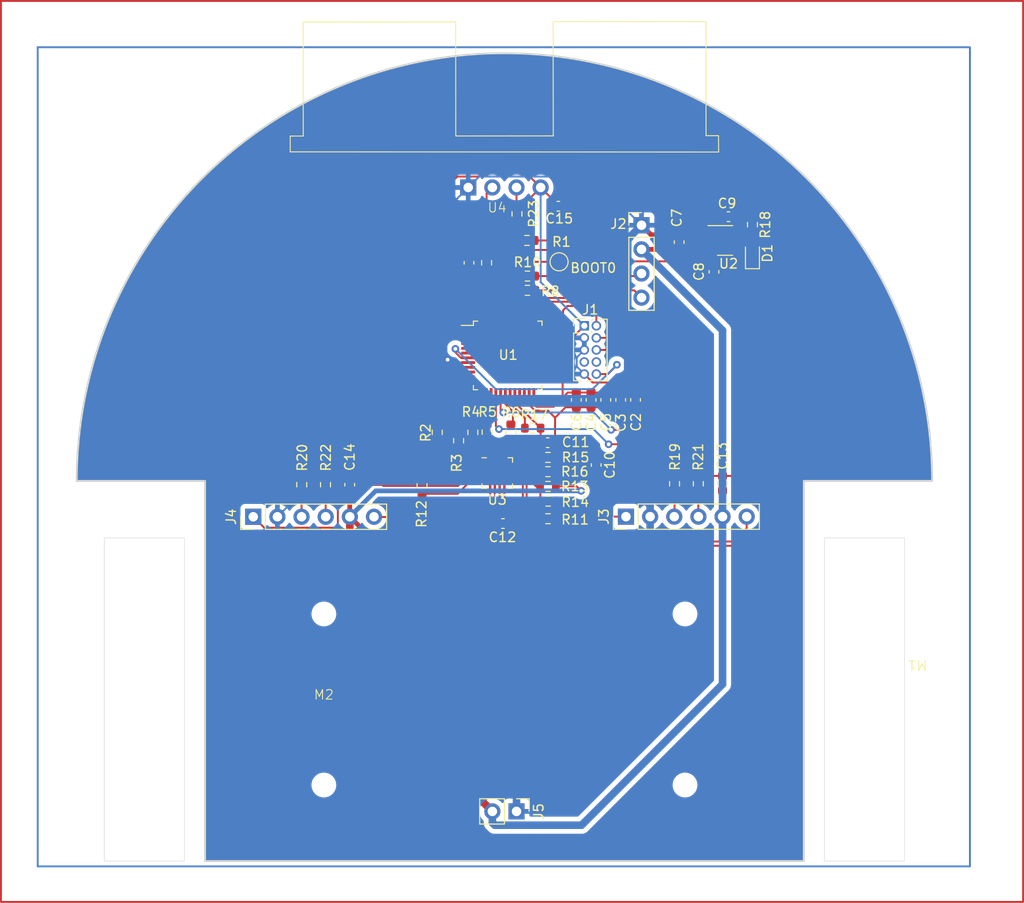
<source format=kicad_pcb>
(kicad_pcb (version 20221018) (generator pcbnew)
  (layers (0 "F.Cu" signal) (31 "B.Cu" signal) (34 "B.Paste" user) (35 "F.Paste" user) (36 "B.SilkS" user "B.Silkscreen") (37 "F.SilkS" user "F.Silkscreen") (38 "B.Mask" user) (39 "F.Mask" user) (44 "Edge.Cuts" user))
  (net 0 "")
  (net 1 "+3.3V")
  (net 2 "GND")
  (net 3 "+BATT")
  (net 4 "Net-(C10-Pad1)")
  (net 5 "/mcu/IN_B2")
  (net 6 "Net-(D1-A)")
  (net 7 "/mcu/BOOT0")
  (net 8 "Net-(U1-PA2)")
  (net 9 "/mcu/TIM15_CH1")
  (net 10 "Net-(U1-PA3)")
  (net 11 "/mcu/TIM15_CH2")
  (net 12 "Net-(U1-PA4)")
  (net 13 "/mcu/OUT_A4")
  (net 14 "Net-(U1-PA5)")
  (net 15 "/mcu/OUT_A5")
  (net 16 "/mcu/OUT_B0")
  (net 17 "Net-(U1-PB0)")
  (net 18 "/mcu/OUT_B1")
  (net 19 "Net-(U1-PB6)")
  (net 20 "/mcu/OUT_B9")
  (net 21 "Net-(U1-PB9)")
  (net 22 "/mcu/TIM3_CH1")
  (net 23 "/mcu/TIM2_CH1")
  (net 24 "/mcu/TIM3_CH2")
  (net 25 "/mcu/TIM2_CH2")
  (net 26 "/mcu/TIM8_CH2")
  (net 27 "Net-(U4-ECHO)")
  (net 33 "/mcu/~{RESET}")
  (net 45 "/mcu/SWDIO")
  (net 48 "/mcu/SWDCLK")
  (net 50 "/mcu/SWO")
  (net 55 "Net-(J2-Pin_3)")
  (net 56 "/external_uart/EXT_UART_RX")
  (net 57 "/motorA/MA")
  (net 58 "Net-(J3-Pin_3)")
  (net 59 "Net-(J3-Pin_4)")
  (net 60 "/motorA/MB")
  (net 61 "/motorB/MA")
  (net 62 "Net-(J4-Pin_3)")
  (net 63 "Net-(J4-Pin_4)")
  (net 64 "/motorB/MB")
  (net 65 "/external_uart/EXT_UART_TX")
  (net 66 "Net-(U3-SENSEB)")
  (net 67 "Net-(U3-SENSEA)")
  (net 68 "Net-(U3-REF)")
  (net 69 "Net-(U3-TOFF)")
  (footprint "Package_QFP:LQFP-48_7x7mm_P0.5mm" (layer "F.Cu") (at 150.3475 86.7975)
    (fp_text reference "U1")
    (fp_text value "STM32F030C8Tx" hide)
  )
  (footprint "Resistor_SMD:R_0603_1608Metric" (layer "F.Cu") (at 152.3725 74.6975)
    (fp_text reference "R1")
    (fp_text value "10k" hide)
  )
  (footprint "minimouse:N20_with_encoder" (layer "F.Cu") (at 131 123)
    (fp_text reference "M2")
    (fp_text value "N20_encoder")
    (fp_rect (start -23.1 -17) (end -14.67 17) (stroke (width 0.05)) (fill none) (layer "Edge.Cuts"))
  )
  (footprint "TestPoint:TestPoint_Pad_D1.5mm" (layer "F.Cu") (at 155.7475 76.9475 -90)
    (fp_text reference "BOOT0")
    (fp_text value "TestPoint" hide)
  )
  (footprint "Resistor_SMD:R_0603_1608Metric" (layer "F.Cu") (at 131.1725 100.3975 -90)
    (fp_text reference "R22")
    (fp_text value "100" hide)
  )
  (footprint "Capacitor_SMD:C_0603_1608Metric" (layer "F.Cu") (at 155.6725 71.0975)
    (fp_text reference "C15")
    (fp_text value "2.2uF" hide)
  )
  (footprint "Resistor_SMD:R_0603_1608Metric" (layer "F.Cu") (at 152.4225 78.4475)
    (fp_text reference "R10")
    (fp_text value "100" hide)
  )
  (footprint "Resistor_SMD:R_0603_1608Metric" (layer "F.Cu") (at 146.6775 94.8925 -90)
    (fp_text reference "R4")
    (fp_text value "100" hide)
  )
  (footprint "Capacitor_SMD:C_0603_1608Metric" (layer "F.Cu") (at 159.1125 91.4775 -90)
    (fp_text reference "C4")
    (fp_text value "0.1uF" hide)
  )
  (footprint "Resistor_SMD:R_0603_1608Metric" (layer "F.Cu") (at 154.5775 97.5275)
    (fp_text reference "R15")
    (fp_text value "1K" hide)
  )
  (footprint "Resistor_SMD:R_0603_1608Metric" (layer "F.Cu") (at 154.5775 99.0275)
    (fp_text reference "R16")
    (fp_text value "47K" hide)
  )
  (footprint "Resistor_SMD:R_0603_1608Metric" (layer "F.Cu") (at 148.1225 77.0475 -90)
    (fp_text reference "R9" hide)
    (fp_text value "100" hide)
  )
  (footprint "Capacitor_SMD:C_0603_1608Metric" (layer "F.Cu") (at 160.6625 91.4775 -90)
    (fp_text reference "C5")
    (fp_text value "0.1uF" hide)
  )
  (footprint "minimouse:N20_with_encoder" (layer "F.Cu") (at 169 123 180)
    (fp_text reference "M1")
    (fp_text value "N20_encoder")
    (fp_rect (start -23.1 -17) (end -14.67 17) (stroke (width 0.05)) (fill none) (layer "Edge.Cuts"))
  )
  (footprint "Resistor_SMD:R_0603_1608Metric" (layer "F.Cu") (at 151.32 71.905 90)
    (fp_text reference "R23")
    (fp_text value "100")
  )
  (footprint "Capacitor_SMD:C_0603_1608Metric" (layer "F.Cu") (at 168.3825 74.87692 90)
    (fp_text reference "C7")
    (fp_text value "2.2uF" hide)
  )
  (footprint "Connector_PinHeader_2.54mm:PinHeader_1x06_P2.54mm_Vertical" (layer "F.Cu") (at 162.79 103.76 90)
    (fp_text reference "J3")
    (fp_text value "Conn_01x06_Pin" hide)
  )
  (footprint "Connector_PinHeader_2.54mm:PinHeader_1x02_P2.54mm_Vertical" (layer "F.Cu") (at 151.27 134.775 -90)
    (fp_text reference "J5")
    (fp_text value "Conn_01x02")
  )
  (footprint "Connector_PinHeader_2.54mm:PinHeader_1x04_P2.54mm_Vertical" (layer "F.Cu") (at 164.4225 73.0975)
    (fp_text reference "J2")
    (fp_text value "Conn_01x04_Pin" hide)
  )
  (footprint "Capacitor_SMD:C_0603_1608Metric" (layer "F.Cu") (at 162.2325 91.4775 -90)
    (fp_text reference "C3")
    (fp_text value "0.1uF" hide)
  )
  (footprint "Resistor_SMD:R_0603_1608Metric" (layer "F.Cu") (at 141.3325 100.5275 90)
    (fp_text reference "R12")
    (fp_text value "330m" hide)
  )
  (footprint "Resistor_SMD:R_0603_1608Metric" (layer "F.Cu") (at 152.4225 79.9475 180)
    (fp_text reference "R8")
    (fp_text value "100" hide)
  )
  (footprint "Capacitor_SMD:C_0603_1608Metric" (layer "F.Cu") (at 154.5525 95.9775)
    (fp_text reference "C11")
    (fp_text value "1nF" hide)
  )
  (footprint "Resistor_SMD:R_0603_1608Metric" (layer "F.Cu") (at 154.5775 100.5775 180)
    (fp_text reference "R13")
    (fp_text value "10k" hide)
  )
  (footprint "Resistor_SMD:R_0603_1608Metric" (layer "F.Cu") (at 142.9275 94.8925 -90)
    (fp_text reference "R2")
    (fp_text value "100" hide)
  )
  (footprint "Package_TO_SOT_SMD:SOT-23-5" (layer "F.Cu") (at 173.21 74.6975)
    (fp_text reference "U2")
    (fp_text value "LP5907MFX-3.3" hide)
  )
  (footprint "Resistor_SMD:R_0603_1608Metric" (layer "F.Cu") (at 154.6025 102.1275)
    (fp_text reference "R14")
    (fp_text value "10k" hide)
  )
  (footprint "Resistor_SMD:R_0603_1608Metric" (layer "F.Cu") (at 145.1775 95.7675 -90)
    (fp_text reference "R3")
    (fp_text value "100" hide)
  )
  (footprint "minimouse:HC-SR04" (layer "F.Cu") (at 150 69.125)
    (fp_text reference "U4")
    (fp_text value "HC-SR04")
  )
  (footprint "Resistor_SMD:R_0603_1608Metric" (layer "F.Cu") (at 154.5825 103.9775)
    (fp_text reference "R11")
    (fp_text value "330m" hide)
  )
  (footprint "Capacitor_SMD:C_0603_1608Metric" (layer "F.Cu") (at 163.7975 91.4725 -90)
    (fp_text reference "C2")
    (fp_text value "0.1uF" hide)
  )
  (footprint "Capacitor_SMD:C_0603_1608Metric" (layer "F.Cu") (at 146.2725 77.0475 90)
    (fp_text reference "C1" hide)
    (fp_text value "2.2uF" hide)
  )
  (footprint "Resistor_SMD:R_0603_1608Metric" (layer "F.Cu") (at 148.1775 94.8675 -90)
    (fp_text reference "R5")
    (fp_text value "100" hide)
  )
  (footprint "Resistor_SMD:R_0603_1608Metric" (layer "F.Cu") (at 176.0975 73.035 -90)
    (fp_text reference "R18")
    (fp_text value "80" hide)
  )
  (footprint "Capacitor_SMD:C_0603_1608Metric" (layer "F.Cu") (at 172.0475 77.9975 -90)
    (fp_text reference "C8")
    (fp_text value "1pF" hide)
  )
  (footprint "Resistor_SMD:R_0603_1608Metric" (layer "F.Cu") (at 167.9 100.3 -90)
    (fp_text reference "R19")
    (fp_text value "100" hide)
  )
  (footprint "Package_DFN_QFN:VQFN-16-1EP_3x3mm_P0.5mm_EP1.8x1.8mm" (layer "F.Cu") (at 149.2425 99.17442)
    (fp_text reference "U3")
    (fp_text value "STSPIN240" hide)
  )
  (footprint "Connector_PinHeader_1.27mm:PinHeader_2x05_P1.27mm_Vertical" (layer "F.Cu") (at 158.4025 83.6775)
    (fp_text reference "J1")
    (fp_text value "Conn_ARM_JTAG_SWD_10" hide)
  )
  (footprint "Connector_PinHeader_2.54mm:PinHeader_1x06_P2.54mm_Vertical" (layer "F.Cu") (at 123.5725 103.7725 90)
    (fp_text reference "J4")
    (fp_text value "Conn_01x06_Pin" hide)
  )
  (footprint "Capacitor_SMD:C_0603_1608Metric" (layer "F.Cu") (at 159.6525 98.3275 -90)
    (fp_text reference "C10")
    (fp_text value "22nF" hide)
  )
  (footprint "LED_SMD:LED_0603_1608Metric" (layer "F.Cu") (at 176.0975 76.185 90)
    (fp_text reference "D1")
    (fp_text value "red_LED_1.7V_20mA" hide)
  )
  (footprint "Capacitor_SMD:C_0603_1608Metric" (layer "F.Cu") (at 157.5625 91.4775 -90)
    (fp_text reference "C6")
    (fp_text value "2.2uF" hide)
  )
  (footprint "Capacitor_SMD:C_0603_1608Metric" (layer "F.Cu") (at 133.7225 100.3975 90)
    (fp_text reference "C14")
    (fp_text value "2.2uF" hide)
  )
  (footprint "Resistor_SMD:R_0603_1608Metric" (layer "F.Cu") (at 170.4 100.3 -90)
    (fp_text reference "R21")
    (fp_text value "100" hide)
  )
  (footprint "Capacitor_SMD:C_0603_1608Metric" (layer "F.Cu") (at 172.95 100.25 90)
    (fp_text reference "C13")
    (fp_text value "2.2uF" hide)
  )
  (footprint "Resistor_SMD:R_0603_1608Metric" (layer "F.Cu") (at 128.6725 100.3975 -90)
    (fp_text reference "R20")
    (fp_text value "100" hide)
  )
  (footprint "Resistor_SMD:R_0603_1608Metric" (layer "F.Cu") (at 152.9775 94.4475)
    (fp_text reference "R17")
    (fp_text value "10k" hide)
  )
  (footprint "Capacitor_SMD:C_0603_1608Metric" (layer "F.Cu") (at 173.5725 72.1975 180)
    (fp_text reference "C9")
    (fp_text value "1pF" hide)
  )
  (footprint "Capacitor_SMD:C_0603_1608Metric" (layer "F.Cu") (at 149.8425 104.48692)
    (fp_text reference "C12")
    (fp_text value "2.2uF" hide)
  )
  (footprint "Resistor_SMD:R_0603_1608Metric" (layer "F.Cu") (at 150.6775 94.8675 90)
    (fp_text reference "R6")
    (fp_text value "100" hide)
  )
  (gr_rect (start 97.0225 49.4975) (end 204.5725 144.2975) (stroke (width 0.2)) (fill none) (layer "F.Cu"))
  (gr_rect locked (start 100.89 54.37) (end 198.98 140.56) (stroke (width 0.2)) (fill none) (layer "B.Cu"))
  (gr_arc locked (start 105 100) (mid 150 55) (end 195 100) (stroke (width 0.2)) (layer "Edge.Cuts"))
  (gr_line locked (start 181.5 140) (end 118.5 140) (stroke (width 0.2)) (layer "Edge.Cuts"))
  (gr_line locked (start 118.5 100) (end 105 100) (stroke (width 0.2)) (layer "Edge.Cuts"))
  (gr_line locked (start 181.5 100) (end 181.5 140) (stroke (width 0.2)) (layer "Edge.Cuts"))
  (gr_line locked (start 195 100) (end 181.5 100) (stroke (width 0.2)) (layer "Edge.Cuts"))
  (gr_line locked (start 118.5 140) (end 118.5 100) (stroke (width 0.2)) (layer "Edge.Cuts"))
  (segment (start 177.2975 76.0475) (end 177.1475 76.1975) (width 0.2) (layer "F.Cu") (net 1))
  (segment (start 154.8975 70.2125) (end 154.8975 71.0975) (width 0.2) (layer "F.Cu") (net 1))
  (segment (start 144.0325 68.9825) (end 144.0325 75.5825) (width 0.2) (layer "F.Cu") (net 1))
  (segment (start 143.26808 81.02692) (end 142.8475 81.4475) (width 0.2) (layer "F.Cu") (net 1))
  (segment (start 157.5625 90.7025) (end 156.6675 90.7025) (width 0.2) (layer "F.Cu") (net 1))
  (segment (start 159.8975 75.6975) (end 152.7975 75.6975) (width 0.2) (layer "F.Cu") (net 1))
  (segment (start 159.1125 90.7025) (end 160.6625 90.7025) (width 0.2) (layer "F.Cu") (net 1))
  (segment (start 174.3475 72.1975) (end 176.085 72.1975) (width 0.2) (layer "F.Cu") (net 1))
  (segment (start 153.81 69.125) (end 152.66 67.975) (width 0.2) (layer "F.Cu") (net 1))
  (segment (start 152.3475 70.5875) (end 153.81 69.125) (width 0.2) (layer "F.Cu") (net 1))
  (segment (start 176.085 72.1975) (end 176.0975 72.21) (width 0.2) (layer "F.Cu") (net 1))
  (segment (start 173.3475 77.9975) (end 171.1975 77.9975) (width 0.2) (layer "F.Cu") (net 1))
  (segment (start 175.1475 76.1975) (end 173.3475 77.9975) (width 0.2) (layer "F.Cu") (net 1))
  (segment (start 157.5625 90.7025) (end 159.1125 90.7025) (width 0.2) (layer "F.Cu") (net 1))
  (segment (start 156.6675 90.7025) (end 156.1225 91.2475) (width 0.2) (layer "F.Cu") (net 1))
  (segment (start 171.1975 77.9975) (end 170.0975 76.8975) (width 0.2) (layer "F.Cu") (net 1))
  (segment (start 152.66 67.975) (end 145.04 67.975) (width 0.2) (layer "F.Cu") (net 1))
  (segment (start 176.0975 72.21) (end 176.81 72.21) (width 0.2) (layer "F.Cu") (net 1))
  (segment (start 160.6625 90.7025) (end 162.2325 90.7025) (width 0.2) (layer "F.Cu") (net 1))
  (segment (start 153.3725 92.1975) (end 153.0975 91.9225) (width 0.2) (layer "F.Cu") (net 1))
  (segment (start 143.41192 84.0475) (end 146.185 84.0475) (width 0.2) (layer "F.Cu") (net 1))
  (segment (start 177.1475 76.1975) (end 175.1475 76.1975) (width 0.2) (layer "F.Cu") (net 1))
  (segment (start 153.0975 91.9225) (end 153.0975 90.96) (width 0.2) (layer "F.Cu") (net 1))
  (segment (start 143.40308 88.0475) (end 142.8825 87.52692) (width 0.2) (layer "F.Cu") (net 1))
  (segment (start 147.5975 80.2725) (end 146.2725 78.9475) (width 0.2) (layer "F.Cu") (net 1))
  (segment (start 146.2725 78.9475) (end 146.2725 77.8225) (width 0.2) (layer "F.Cu") (net 1))
  (segment (start 152.3475 75.2475) (end 152.3475 70.5875) (width 0.2) (layer "F.Cu") (net 1))
  (segment (start 146.16 84.0225) (end 146.185 84.0475) (width 0.2) (layer "F.Cu") (net 1))
  (segment (start 147.5975 81.32692) (end 147.2975 81.02692) (width 0.2) (layer "F.Cu") (net 1))
  (segment (start 176.81 72.21) (end 177.2975 72.6975) (width 0.2) (layer "F.Cu") (net 1))
  (segment (start 142.8825 85.0475) (end 142.8825 84.57692) (width 0.2) (layer "F.Cu") (net 1))
  (segment (start 146.185 88.0475) (end 143.40308 88.0475) (width 0.2) (layer "F.Cu") (net 1))
  (segment (start 163.7825 90.7025) (end 162.2325 90.7025) (width 0.2) (layer "F.Cu") (net 1))
  (segment (start 153.81 69.125) (end 154.8975 70.2125) (width 0.2) (layer "F.Cu") (net 1))
  (segment (start 147.2975 81.02692) (end 143.26808 81.02692) (width 0.2) (layer "F.Cu") (net 1))
  (segment (start 156.1225 85.9575) (end 156.1225 91.2475) (width 0.2) (layer "F.Cu") (net 1))
  (segment (start 161.0975 76.8975) (end 159.8975 75.6975) (width 0.2) (layer "F.Cu") (net 1))
  (segment (start 170.0975 76.8975) (end 161.0975 76.8975) (width 0.2) (layer "F.Cu") (net 1))
  (segment (start 144.0325 75.5825) (end 146.2725 77.8225) (width 0.2) (layer "F.Cu") (net 1))
  (segment (start 158.4025 83.6775) (end 156.1225 85.9575) (width 0.2) (layer "F.Cu") (net 1))
  (segment (start 174.3475 72.1975) (end 174.3475 73.7475) (width 0.2) (layer "F.Cu") (net 1))
  (segment (start 142.8825 81.4825) (end 142.8825 85.0475) (width 0.2) (layer "F.Cu") (net 1))
  (segment (start 155.1725 92.1975) (end 153.3725 92.1975) (width 0.2) (layer "F.Cu") (net 1))
  (segment (start 145.04 67.975) (end 144.0325 68.9825) (width 0.2) (layer "F.Cu") (net 1))
  (segment (start 142.8825 84.57692) (end 143.41192 84.0475) (width 0.2) (layer "F.Cu") (net 1))
  (segment (start 152.7975 75.6975) (end 152.3475 75.2475) (width 0.2) (layer "F.Cu") (net 1))
  (segment (start 142.8475 81.4475) (end 142.8825 81.4825) (width 0.2) (layer "F.Cu") (net 1))
  (segment (start 147.5975 82.635) (end 147.5975 80.2725) (width 0.2) (layer "F.Cu") (net 1))
  (segment (start 156.1225 91.2475) (end 155.1725 92.1975) (width 0.2) (layer "F.Cu") (net 1))
  (segment (start 142.8825 87.52692) (end 142.8825 85.0475) (width 0.2) (layer "F.Cu") (net 1))
  (segment (start 177.2975 72.6975) (end 177.2975 76.0475) (width 0.2) (layer "F.Cu") (net 1))
  (segment (start 153.81 79.085) (end 153.81 69.125) (width 0.2) (layer "B.Cu") (net 1))
  (segment (start 158.4025 83.6775) (end 153.81 79.085) (width 0.2) (layer "B.Cu") (net 1))
  (segment (start 146.2725 69.2075) (end 146.19 69.125) (width 0.2) (layer "F.Cu") (net 2))
  (segment (start 177.6475 76.9975) (end 177.9975 76.6475) (width 0.2) (layer "F.Cu") (net 2))
  (segment (start 149.4925 100.66192) (end 149.4925 101.93692) (width 0.2) (layer "F.Cu") (net 2))
  (segment (start 146.2725 76.2725) (end 146.2725 69.2075) (width 0.2) (layer "F.Cu") (net 2))
  (segment (start 168.9475 72.1975) (end 168.3825 72.7625) (width 0.5) (layer "F.Cu") (net 2))
  (segment (start 150.6175 103.06192) (end 150.6175 104.48692) (width 0.2) (layer "F.Cu") (net 2))
  (segment (start 166.53 100.32692) (end 165.33 101.52692) (width 0.2) (layer "F.Cu") (net 2))
  (segment (start 148.0975 80.0725) (end 148.0975 82.635) (width 0.2) (layer "F.Cu") (net 2))
  (segment (start 164.98 102.1275) (end 165.33 102.4775) (width 0.2) (layer "F.Cu") (net 2))
  (segment (start 159.6525 99.1025) (end 164.3075 99.1025) (width 0.2) (layer "F.Cu") (net 2))
  (segment (start 176.0975 76.9725) (end 176.1225 76.9975) (width 0.2) (layer "F.Cu") (net 2))
  (segment (start 157.5625 92.2525) (end 159.1125 92.2525) (width 0.2) (layer "F.Cu") (net 2))
  (segment (start 152.5975 91.988185) (end 152.5975 90.96) (width 0.2) (layer "F.Cu") (net 2))
  (segment (start 149.4925 101.93692) (end 150.6175 103.06192) (width 0.2) (layer "F.Cu") (net 2))
  (segment (start 164.5825 105.9275) (end 165.33 105.18) (width 0.2) (layer "F.Cu") (net 2))
  (segment (start 128.274852 100.4325) (end 126.1125 102.594852) (width 0.2) (layer "F.Cu") (net 2))
  (segment (start 133.7225 99.6225) (end 133.6975 99.6475) (width 0.2) (layer "F.Cu") (net 2))
  (segment (start 155.4075 103.9775) (end 160.0325 103.9775) (width 0.2) (layer "F.Cu") (net 2))
  (segment (start 156.4475 72.8725) (end 156.4475 71.0975) (width 0.2) (layer "F.Cu") (net 2))
  (segment (start 169.45192 74.10192) (end 170.0475 74.6975) (width 0.5) (layer "F.Cu") (net 2))
  (segment (start 144.3225 87.5475) (end 144.0225 87.2475) (width 0.2) (layer "F.Cu") (net 2))
  (segment (start 141.2525 99.6225) (end 133.7225 99.6225) (width 0.2) (layer "F.Cu") (net 2))
  (segment (start 149.2425 99.17442) (end 149.4925 99.42442) (width 0.2) (layer "F.Cu") (net 2))
  (segment (start 168.3825 74.10192) (end 165.42692 74.10192) (width 0.5) (layer "F.Cu") (net 2))
  (segment (start 162.2325 92.2525) (end 163.7825 92.2525) (width 0.2) (layer "F.Cu") (net 2))
  (segment (start 171.1825 100.32692) (end 166.53 100.32692) (width 0.2) (layer "F.Cu") (net 2))
  (segment (start 132.7675 99.6475) (end 131.9825 100.4325) (width 0.2) (layer "F.Cu") (net 2))
  (segment (start 147.0475 77.0475) (end 147.0475 79.0225) (width 0.2) (layer "F.Cu") (net 2))
  (segment (start 155.4275 102.1275) (end 164.98 102.1275) (width 0.2) (layer "F.Cu") (net 2))
  (segment (start 141.3325 99.7025) (end 141.2525 99.6225) (width 0.2) (layer "F.Cu") (net 2))
  (segment (start 150.6175 104.48692) (end 150.6175 105.76192) (width 0.2) (layer "F.Cu") (net 2))
  (segment (start 155.3275 95.9775) (end 155.3275 93.3525) (width 0.2) (layer "F.Cu") (net 2))
  (segment (start 156.4725 72.8975) (end 156.4475 72.8725) (width 0.2) (layer "F.Cu") (net 2))
  (segment (start 160.6625 92.2525) (end 162.2325 92.2525) (width 0.2) (layer "F.Cu") (net 2))
  (segment (start 172.03442 99.475) (end 171.1825 100.32692) (width 0.2) (layer "F.Cu") (net 2))
  (segment (start 153.1975 74.6975) (end 154.6725 74.6975) (width 0.2) (layer "F.Cu") (net 2))
  (segment (start 172.95 99.475) (end 172.03442 99.475) (width 0.2) (layer "F.Cu") (net 2))
  (segment (start 165.33 105.18) (end 165.33 103.76) (width 0.2) (layer "F.Cu") (net 2))
  (segment (start 165.33 102.4775) (end 165.33 103.76) (width 0.2) (layer "F.Cu") (net 2))
  (segment (start 155.3275 93.3525) (end 154.5725 92.5975) (width 0.2) (layer "F.Cu") (net 2))
  (segment (start 164.7975 89.9975) (end 164.4475 89.6475) (width 0.2) (layer "F.Cu") (net 2))
  (segment (start 164.4475 89.6475) (end 159.2925 89.6475) (width 0.2) (layer "F.Cu") (net 2))
  (segment (start 172.0475 78.7725) (end 175.6225 78.7725) (width 0.2) (layer "F.Cu") (net 2))
  (segment (start 176.4325 106.82692) (end 177.5325 105.72692) (width 0.2) (layer "F.Cu") (net 2))
  (segment (start 160.6625 92.2525) (end 159.1125 92.2525) (width 0.2) (layer "F.Cu") (net 2))
  (segment (start 177.9975 70.5475) (end 170.5975 70.5475) (width 0.2) (layer "F.Cu") (net 2))
  (segment (start 159.5775 99.0275) (end 159.6525 99.1025) (width 0.2) (layer "F.Cu") (net 2))
  (segment (start 164.3075 99.1025) (end 165.33 100.125) (width 0.2) (layer "F.Cu") (net 2))
  (segment (start 133.7475 99.6475) (end 133.7225 99.6225) (width 0.2) (layer "F.Cu") (net 2))
  (segment (start 133.6975 99.6475) (end 132.7675 99.6475) (width 0.2) (layer "F.Cu") (net 2))
  (segment (start 168.3825 72.7625) (end 168.3825 74.10192) (width 0.5) (layer "F.Cu") (net 2))
  (segment (start 168.3825 74.10192) (end 169.45192 74.10192) (width 0.5) (layer "F.Cu") (net 2))
  (segment (start 156.4475 71.0975) (end 170.0475 71.0975) (width 0.2) (layer "F.Cu") (net 2))
  (segment (start 175.6225 78.7725) (end 176.0975 78.2975) (width 0.2) (layer "F.Cu") (net 2))
  (segment (start 146.2725 76.2725) (end 147.0475 77.0475) (width 0.2) (layer "F.Cu") (net 2))
  (segment (start 164.7975 91.8575) (end 164.7975 89.9975) (width 0.2) (layer "F.Cu") (net 2))
  (segment (start 149.4925 99.42442) (end 149.4925 100.66192) (width 0.2) (layer "F.Cu") (net 2))
  (segment (start 165.33 101.52692) (end 165.33 102.4775) (width 0.2) (layer "F.Cu") (net 2))
  (segment (start 163.7825 92.2525) (end 164.4025 92.2525) (width 0.2) (layer "F.Cu") (net 2))
  (segment (start 157.5625 92.2525) (end 156.4275 92.2525) (width 0.2) (layer "F.Cu") (net 2))
  (segment (start 164.4025 92.2525) (end 164.7975 91.8575) (width 0.2) (layer "F.Cu") (net 2))
  (segment (start 154.5725 92.5975) (end 153.206815 92.5975) (width 0.2) (layer "F.Cu") (net 2))
  (segment (start 161.9825 105.9275) (end 164.5825 105.9275) (width 0.2) (layer "F.Cu") (net 2))
  (segment (start 176.1225 76.9975) (end 177.6475 76.9975) (width 0.2) (layer "F.Cu") (net 2))
  (segment (start 150.6175 105.76192) (end 151.6825 106.82692) (width 0.2) (layer "F.Cu") (net 2))
  (segment (start 156.4275 92.2525) (end 155.3275 93.3525) (width 0.2) (layer "F.Cu") (net 2))
  (segment (start 151.6825 106.82692) (end 176.4325 106.82692) (width 0.2) (layer "F.Cu") (net 2))
  (segment (start 154.6725 74.6975) (end 156.4725 72.8975) (width 0.2) (layer "F.Cu") (net 2))
  (segment (start 146.185 87.5475) (end 144.3225 87.5475) (width 0.2) (layer "F.Cu") (net 2))
  (segment (start 177.9975 76.6475) (end 177.9975 70.5475) (width 0.2) (layer "F.Cu") (net 2))
  (segment (start 147.0475 79.0225) (end 148.0975 80.0725) (width 0.2) (layer "F.Cu") (net 2))
  (segment (start 160.0325 103.9775) (end 161.9825 105.9275) (width 0.2) (layer "F.Cu") (net 2))
  (segment (start 170.0475 74.6975) (end 172.0725 74.6975) (width 0.5) (layer "F.Cu") (net 2))
  (segment (start 126.1125 102.594852) (end 126.1125 103.7725) (width 0.2) (layer "F.Cu") (net 2))
  (segment (start 172.7975 72.1975) (end 168.9475 72.1975) (width 0.5) (layer "F.Cu") (net 2))
  (segment (start 170.5975 70.5475) (end 168.9475 72.1975) (width 0.2) (layer "F.Cu") (net 2))
  (segment (start 176.0975 78.2975) (end 176.0975 76.9725) (width 0.2) (layer "F.Cu") (net 2))
  (segment (start 177.5325 101.87692) (end 175.13058 99.475) (width 0.2) (layer "F.Cu") (net 2))
  (segment (start 153.206815 92.5975) (end 152.5975 91.988185) (width 0.2) (layer "F.Cu") (net 2))
  (segment (start 159.2925 89.6475) (end 158.4025 88.7575) (width 0.2) (layer "F.Cu") (net 2))
  (segment (start 177.5325 105.72692) (end 177.5325 101.87692) (width 0.2) (layer "F.Cu") (net 2))
  (segment (start 165.33 100.125) (end 165.33 101.52692) (width 0.2) (layer "F.Cu") (net 2))
  (segment (start 131.9825 100.4325) (end 128.274852 100.4325) (width 0.2) (layer "F.Cu") (net 2))
  (segment (start 165.42692 74.10192) (end 164.4225 73.0975) (width 0.5) (layer "F.Cu") (net 2))
  (segment (start 155.4025 99.0275) (end 159.5775 99.0275) (width 0.2) (layer "F.Cu") (net 2))
  (segment (start 175.13058 99.475) (end 172.95 99.475) (width 0.2) (layer "F.Cu") (net 2))
  (via (at 144.0225 87.2475) (size 0.8) (drill 0.4) (layers "F.Cu" "B.Cu") (net 2))
  (segment (start 165.33 103.76) (end 165.33 105.37) (width 0.8) (layer "B.Cu") (net 2))
  (segment (start 146.19 69.125) (end 147.34 67.975) (width 0.2) (layer "B.Cu") (net 2))
  (segment (start 149.0075 88.7575) (end 143.8975 83.6475) (width 0.2) (layer "B.Cu") (net 2))
  (segment (start 152.9 106.1) (end 164.6 106.1) (width 0.8) (layer "B.Cu") (net 2))
  (segment (start 157.6025 87.0175) (end 157.6025 87.9575) (width 0.2) (layer "B.Cu") (net 2))
  (segment (start 157.6025 87.9575) (end 158.4025 88.7575) (width 0.2) (layer "B.Cu") (net 2))
  (segment (start 126.1125 103.7725) (end 142.6375 87.2475) (width 0.2) (layer "B.Cu") (net 2))
  (segment (start 162.9725 100.200419) (end 165.33 102.557919) (width 0.8) (layer "B.Cu") (net 2))
  (segment (start 151.27 134.775) (end 151.27 107.73) (width 0.8) (layer "B.Cu") (net 2))
  (segment (start 151.27 107.73) (end 152.9 106.1) (width 0.8) (layer "B.Cu") (net 2))
  (segment (start 159.3 67.975) (end 164.4225 73.0975) (width 0.2) (layer "B.Cu") (net 2))
  (segment (start 147.34 67.975) (end 159.3 67.975) (width 0.2) (layer "B.Cu") (net 2))
  (segment (start 143.8975 87.1225) (end 144.0225 87.2475) (width 0.2) (layer "B.Cu") (net 2))
  (segment (start 162.9725 74.5475) (end 162.9725 100.200419) (width 0.8) (layer "B.Cu") (net 2))
  (segment (start 165.33 102.557919) (end 165.33 103.76) (width 0.8) (layer "B.Cu") (net 2))
  (segment (start 143.8975 83.6475) (end 143.8975 71.4175) (width 0.2) (layer "B.Cu") (net 2))
  (segment (start 142.6375 87.2475) (end 144.0225 87.2475) (width 0.2) (layer "B.Cu") (net 2))
  (segment (start 164.4225 73.0975) (end 162.9725 74.5475) (width 0.8) (layer "B.Cu") (net 2))
  (segment (start 158.4025 86.2175) (end 157.6025 87.0175) (width 0.2) (layer "B.Cu") (net 2))
  (segment (start 165.33 105.37) (end 164.6 106.1) (width 0.8) (layer "B.Cu") (net 2))
  (segment (start 158.4025 88.7575) (end 149.0075 88.7575) (width 0.2) (layer "B.Cu") (net 2))
  (segment (start 158.4025 84.9475) (end 158.4025 86.2175) (width 0.2) (layer "B.Cu") (net 2))
  (segment (start 143.8975 83.6475) (end 143.8975 87.1225) (width 0.2) (layer "B.Cu") (net 2))
  (segment (start 143.8975 83.6475) (end 143.9225 83.6725) (width 0.2) (layer "B.Cu") (net 2))
  (segment (start 143.8975 71.4175) (end 146.19 69.125) (width 0.2) (layer "B.Cu") (net 2))
  (segment (start 168.3825 75.65192) (end 169.85192 75.65192) (width 0.5) (layer "F.Cu") (net 3))
  (segment (start 145.2925 106.28692) (end 147.1175 104.46192) (width 0.5) (layer "F.Cu") (net 3))
  (segment (start 133.7325 103.7725) (end 136.24692 106.28692) (width 0.5) (layer "F.Cu") (net 3))
  (segment (start 133.7325 119.7775) (end 133.7325 103.7725) (width 0.8) (layer "F.Cu") (net 3))
  (segment (start 172.95 101.025) (end 172.95 103.76) (width 0.5) (layer "F.Cu") (net 3))
  (segment (start 173.2975 74.310001) (end 172.734999 73.7475) (width 0.5) (layer "F.Cu") (net 3))
  (segment (start 148.9925 102.58692) (end 148.1425 103.43692) (width 0.2) (layer "F.Cu") (net 3))
  (segment (start 172.734999 73.7475) (end 172.0725 73.7475) (width 0.5) (layer "F.Cu") (net 3))
  (segment (start 172.832316 75.6475) (end 173.2975 75.182316) (width 0.5) (layer "F.Cu") (net 3))
  (segment (start 164.4225 75.6375) (end 168.36808 75.6375) (width 0.5) (layer "F.Cu") (net 3))
  (segment (start 172.0475 77.2225) (end 172.0475 75.6725) (width 0.5) (layer "F.Cu") (net 3))
  (segment (start 148.9925 100.66192) (end 148.9925 102.58692) (width 0.2) (layer "F.Cu") (net 3))
  (segment (start 168.36808 75.6375) (end 168.3825 75.65192) (width 0.5) (layer "F.Cu") (net 3))
  (segment (start 172.0475 75.6725) (end 172.0725 75.6475) (width 0.5) (layer "F.Cu") (net 3))
  (segment (start 173.2975 75.182316) (end 173.2975 74.310001) (width 0.5) (layer "F.Cu") (net 3))
  (segment (start 133.7225 103.7625) (end 133.7325 103.7725) (width 0.5) (layer "F.Cu") (net 3))
  (segment (start 155.4025 100.5775) (end 157.6025 100.5775) (width 0.2) (layer "F.Cu") (net 3))
  (segment (start 149.0675 104.48692) (end 147.1425 104.48692) (width 0.2) (layer "F.Cu") (net 3))
  (segment (start 136.24692 106.28692) (end 145.2925 106.28692) (width 0.5) (layer "F.Cu") (net 3))
  (segment (start 148.73 134.775) (end 133.7325 119.7775) (width 0.8) (layer "F.Cu") (net 3))
  (segment (start 133.7225 101.1725) (end 133.7225 103.7625) (width 0.5) (layer "F.Cu") (net 3))
  (segment (start 172.0725 75.6475) (end 172.832316 75.6475) (width 0.5) (layer "F.Cu") (net 3))
  (segment (start 147.1175 104.46192) (end 148.1425 103.43692) (width 0.5) (layer "F.Cu") (net 3))
  (segment (start 133.7325 101.1825) (end 133.7225 101.1725) (width 0.5) (layer "F.Cu") (net 3))
  (segment (start 157.6025 100.5775) (end 158.0725 101.0475) (width 0.2) (layer "F.Cu") (net 3))
  (segment (start 147.1425 104.48692) (end 147.1175 104.46192) (width 0.2) (layer "F.Cu") (net 3))
  (segment (start 169.85634 75.6475) (end 172.0725 75.6475) (width 0.5) (layer "F.Cu") (net 3))
  (segment (start 169.85192 75.65192) (end 169.85634 75.6475) (width 0.5) (layer "F.Cu") (net 3))
  (via (at 158.0725 101.0475) (size 0.8) (drill 0.4) (layers "F.Cu" "B.Cu") (net 3))
  (segment (start 148.73 135.977081) (end 148.977919 136.225) (width 0.8) (layer "B.Cu") (net 3))
  (segment (start 148.73 134.775) (end 148.73 135.977081) (width 0.8) (layer "B.Cu") (net 3))
  (segment (start 148.73 134.48) (end 148.73 134.775) (width 0.8) (layer "B.Cu") (net 3))
  (segment (start 158.12 136.225) (end 172.95 121.395) (width 0.8) (layer "B.Cu") (net 3))
  (segment (start 172.95 84.165) (end 164.4225 75.6375) (width 0.8) (layer "B.Cu") (net 3))
  (segment (start 158.0725 101.0475) (end 136.4575 101.0475) (width 0.5) (layer "B.Cu") (net 3))
  (segment (start 172.95 103.76) (end 172.95 84.165) (width 0.8) (layer "B.Cu") (net 3))
  (segment (start 172.95 121.395) (end 172.95 103.76) (width 0.8) (layer "B.Cu") (net 3))
  (segment (start 136.4575 101.0475) (end 133.7325 103.7725) (width 0.5) (layer "B.Cu") (net 3))
  (segment (start 148.977919 136.225) (end 158.12 136.225) (width 0.8) (layer "B.Cu") (net 3))
  (segment (start 159.6275 97.5275) (end 159.6525 97.5525) (width 0.2) (layer "F.Cu") (net 4))
  (segment (start 155.4025 97.5275) (end 159.6275 97.5275) (width 0.2) (layer "F.Cu") (net 4))
  (segment (start 149.9925 97.68692) (end 149.9925 96.83692) (width 0.2) (layer "F.Cu") (net 5))
  (segment (start 150.2425 96.58692) (end 151.4425 96.58692) (width 0.2) (layer "F.Cu") (net 5))
  (segment (start 149.9925 96.83692) (end 150.2425 96.58692) (width 0.2) (layer "F.Cu") (net 5))
  (segment (start 152.05192 95.9775) (end 153.7775 95.9775) (width 0.2) (layer "F.Cu") (net 5))
  (segment (start 151.0975 90.96) (end 151.0975 91.7425) (width 0.2) (layer "F.Cu") (net 5))
  (segment (start 151.0975 91.7425) (end 153.8025 94.4475) (width 0.2) (layer "F.Cu") (net 5))
  (segment (start 153.8025 94.1175) (end 153.8025 95.8175) (width 0.2) (layer "F.Cu") (net 5))
  (segment (start 151.4425 96.58692) (end 152.05192 95.9775) (width 0.2) (layer "F.Cu") (net 5))
  (segment (start 153.8025 95.8175) (end 153.7775 95.8425) (width 0.2) (layer "F.Cu") (net 5))
  (segment (start 176.0975 73.86) (end 176.0975 75.3975) (width 0.2) (layer "F.Cu") (net 6))
  (segment (start 151.5475 75.8975) (end 152.5975 76.9475) (width 0.2) (layer "F.Cu") (net 7))
  (segment (start 149.5975 75.5725) (end 150.4725 74.6975) (width 0.2) (layer "F.Cu") (net 7))
  (segment (start 150.4725 74.6975) (end 151.5475 74.6975) (width 0.2) (layer "F.Cu") (net 7))
  (segment (start 151.5475 74.6975) (end 151.5475 75.8975) (width 0.2) (layer "F.Cu") (net 7))
  (segment (start 152.5975 76.9475) (end 155.7475 76.9475) (width 0.2) (layer "F.Cu") (net 7))
  (segment (start 149.5975 82.635) (end 149.5975 75.5725) (width 0.2) (layer "F.Cu") (net 7))
  (segment (start 146.185 89.5475) (end 144.7475 89.5475) (width 0.2) (layer "F.Cu") (net 8))
  (segment (start 142.9275 91.3675) (end 142.9275 94.0675) (width 0.2) (layer "F.Cu") (net 8))
  (segment (start 144.7475 89.5475) (end 142.9275 91.3675) (width 0.2) (layer "F.Cu") (net 8))
  (segment (start 144.18 98.92442) (end 147.755 98.92442) (width 0.2) (layer "F.Cu") (net 9))
  (segment (start 142.9275 95.7175) (end 142.9275 97.67192) (width 0.2) (layer "F.Cu") (net 9))
  (segment (start 142.9275 97.67192) (end 144.18 98.92442) (width 0.2) (layer "F.Cu") (net 9))
  (segment (start 145.1775 93.38) (end 145.1775 94.9425) (width 0.2) (layer "F.Cu") (net 10))
  (segment (start 147.5975 90.96) (end 145.1775 93.38) (width 0.2) (layer "F.Cu") (net 10))
  (segment (start 148.4925 97.03692) (end 148.04808 96.5925) (width 0.2) (layer "F.Cu") (net 11))
  (segment (start 148.4925 97.68692) (end 148.4925 97.03692) (width 0.2) (layer "F.Cu") (net 11))
  (segment (start 148.04808 96.5925) (end 145.1775 96.5925) (width 0.2) (layer "F.Cu") (net 11))
  (segment (start 146.6775 94.0675) (end 146.6775 93.369453) (width 0.2) (layer "F.Cu") (net 12))
  (segment (start 148.0975 91.949453) (end 148.0975 90.96) (width 0.2) (layer "F.Cu") (net 12))
  (segment (start 146.6775 93.369453) (end 148.0975 91.949453) (width 0.2) (layer "F.Cu") (net 12))
  (segment (start 143.9275 96.3175) (end 144.5275 95.7175) (width 0.2) (layer "F.Cu") (net 13))
  (segment (start 144.5275 95.7175) (end 146.6775 95.7175) (width 0.2) (layer "F.Cu") (net 13))
  (segment (start 143.9275 97.456234) (end 143.9275 96.3175) (width 0.2) (layer "F.Cu") (net 13))
  (segment (start 144.895686 98.42442) (end 143.9275 97.456234) (width 0.2) (layer "F.Cu") (net 13))
  (segment (start 147.755 98.42442) (end 144.895686 98.42442) (width 0.2) (layer "F.Cu") (net 13))
  (segment (start 148.5975 90.96) (end 148.5975 92.015138) (width 0.2) (layer "F.Cu") (net 14))
  (segment (start 148.030377 93.895377) (end 148.1775 94.0425) (width 0.2) (layer "F.Cu") (net 14))
  (segment (start 148.030377 92.582261) (end 148.030377 93.895377) (width 0.2) (layer "F.Cu") (net 14))
  (segment (start 148.5975 92.015138) (end 148.030377 92.582261) (width 0.2) (layer "F.Cu") (net 14))
  (segment (start 148.1775 96.07192) (end 148.9925 96.88692) (width 0.2) (layer "F.Cu") (net 15))
  (segment (start 148.1775 95.6925) (end 148.1775 96.07192) (width 0.2) (layer "F.Cu") (net 15))
  (segment (start 148.9925 96.88692) (end 148.9925 97.68692) (width 0.2) (layer "F.Cu") (net 15))
  (segment (start 149.4925 96.28692) (end 149.4925 97.68692) (width 0.2) (layer "F.Cu") (net 16))
  (segment (start 150.08692 95.6925) (end 149.4925 96.28692) (width 0.2) (layer "F.Cu") (net 16))
  (segment (start 150.6775 95.6925) (end 150.08692 95.6925) (width 0.2) (layer "F.Cu") (net 16))
  (segment (start 150.892299 92.713633) (end 150.892299 93.827701) (width 0.2) (layer "F.Cu") (net 17))
  (segment (start 150.0975 91.918834) (end 150.892299 92.713633) (width 0.2) (layer "F.Cu") (net 17))
  (segment (start 150.0975 90.96) (end 150.0975 91.918834) (width 0.2) (layer "F.Cu") (net 17))
  (segment (start 150.892299 93.827701) (end 150.6775 94.0425) (width 0.2) (layer "F.Cu") (net 17))
  (segment (start 150.5975 90.96) (end 150.5975 91.839384) (width 0.2) (layer "F.Cu") (net 18))
  (segment (start 152.1525 93.394385) (end 152.1525 94.4475) (width 0.2) (layer "F.Cu") (net 18))
  (segment (start 150.5975 91.839384) (end 152.1525 93.394385) (width 0.2) (layer "F.Cu") (net 18))
  (segment (start 151.5975 79.9475) (end 150.8725 79.9475) (width 0.2) (layer "F.Cu") (net 19))
  (segment (start 150.58 82.6175) (end 150.5975 82.635) (width 0.2) (layer "F.Cu") (net 19))
  (segment (start 150.5975 80.2225) (end 150.5975 82.635) (width 0.2) (layer "F.Cu") (net 19))
  (segment (start 150.8725 79.9475) (end 150.5975 80.2225) (width 0.2) (layer "F.Cu") (net 19))
  (segment (start 148.1225 69.7325) (end 148.1225 76.2225) (width 0.2) (layer "F.Cu") (net 20))
  (segment (start 148.73 69.125) (end 148.1225 69.7325) (width 0.2) (layer "F.Cu") (net 20))
  (segment (start 148.5975 79.2725) (end 148.5975 82.635) (width 0.2) (layer "F.Cu") (net 21))
  (segment (start 148.1225 77.8725) (end 148.1225 78.7975) (width 0.2) (layer "F.Cu") (net 21))
  (segment (start 148.1225 78.7975) (end 148.5975 79.2725) (width 0.2) (layer "F.Cu") (net 21))
  (segment (start 165.416444 96.141444) (end 160.962587 96.141444) (width 0.2) (layer "F.Cu") (net 22))
  (segment (start 149.0975 90.96) (end 149.0975 94.2225) (width 0.2) (layer "F.Cu") (net 22))
  (segment (start 149.0975 94.2225) (end 149.4225 94.5475) (width 0.2) (layer "F.Cu") (net 22))
  (segment (start 167.9 99.475) (end 167.9 98.625) (width 0.2) (layer "F.Cu") (net 22))
  (segment (start 167.9 98.625) (end 165.416444 96.141444) (width 0.2) (layer "F.Cu") (net 22))
  (via (at 149.4225 94.5475) (size 0.8) (drill 0.4) (layers "F.Cu" "B.Cu") (net 22))
  (via (at 160.962587 96.141444) (size 0.8) (drill 0.4) (layers "F.Cu" "B.Cu") (net 22))
  (segment (start 149.4225 94.5475) (end 159.368643 94.5475) (width 0.2) (layer "B.Cu") (net 22))
  (segment (start 159.368643 94.5475) (end 160.962587 96.141444) (width 0.2) (layer "B.Cu") (net 22))
  (segment (start 128.6725 99.5725) (end 128.6725 98.7725) (width 0.2) (layer "F.Cu") (net 23))
  (segment (start 128.6725 98.7725) (end 128.6725 96.08692) (width 0.2) (layer "F.Cu") (net 23))
  (segment (start 136.21192 88.5475) (end 146.185 88.5475) (width 0.2) (layer "F.Cu") (net 23))
  (segment (start 128.6725 96.08692) (end 136.21192 88.5475) (width 0.2) (layer "F.Cu") (net 23))
  (segment (start 166.45192 94.62692) (end 161.222486 94.62692) (width 0.2) (layer "F.Cu") (net 24))
  (segment (start 149.5975 92.5225) (end 149.8725 92.7975) (width 0.2) (layer "F.Cu") (net 24))
  (segment (start 149.5975 90.96) (end 149.5975 92.5225) (width 0.2) (layer "F.Cu") (net 24))
  (segment (start 170.4 98.575) (end 166.45192 94.62692) (width 0.2) (layer "F.Cu") (net 24))
  (segment (start 170.4 99.475) (end 170.4 98.575) (width 0.2) (layer "F.Cu") (net 24))
  (via (at 149.8725 92.7975) (size 0.8) (drill 0.4) (layers "F.Cu" "B.Cu") (net 24))
  (via (at 161.222486 94.62692) (size 0.8) (drill 0.4) (layers "F.Cu" "B.Cu") (net 24))
  (segment (start 159.393066 92.7975) (end 161.222486 94.62692) (width 0.2) (layer "B.Cu") (net 24))
  (segment (start 149.8725 92.7975) (end 159.393066 92.7975) (width 0.2) (layer "B.Cu") (net 24))
  (segment (start 136.3975 89.0475) (end 146.185 89.0475) (width 0.2) (layer "F.Cu") (net 25))
  (segment (start 131.1725 94.2725) (end 136.3975 89.0475) (width 0.2) (layer "F.Cu") (net 25))
  (segment (start 131.1725 99.5725) (end 131.1725 94.2725) (width 0.2) (layer "F.Cu") (net 25))
  (segment (start 149.0975 82.635) (end 149.0975 74.9525) (width 0.2) (layer "F.Cu") (net 26))
  (segment (start 149.0975 74.9525) (end 151.32 72.73) (width 0.2) (layer "F.Cu") (net 26))
  (segment (start 151.27 69.125) (end 151.27 71.03) (width 0.2) (layer "F.Cu") (net 27))
  (segment (start 151.27 71.03) (end 151.32 71.08) (width 0.2) (layer "F.Cu") (net 27))
  (segment (start 159.6725 88.7575) (end 160.90192 88.7575) (width 0.2) (layer "F.Cu") (net 33))
  (segment (start 144.842885 86.475295) (end 144.842885 86.103922) (width 0.2) (layer "F.Cu") (net 33))
  (segment (start 161.8825 87.77692) (end 161.8325 87.82692) (width 0.2) (layer "F.Cu") (net 33))
  (segment (start 161.8325 87.82692) (end 161.8325 87.77692) (width 0.2) (layer "F.Cu") (net 33))
  (segment (start 146.185 87.0475) (end 145.41509 87.0475) (width 0.2) (layer "F.Cu") (net 33))
  (segment (start 161.8325 87.77692) (end 161.8825 87.77692) (width 0.2) (layer "F.Cu") (net 33))
  (segment (start 145.41509 87.0475) (end 144.842885 86.475295) (width 0.2) (layer "F.Cu") (net 33))
  (segment (start 160.90192 88.7575) (end 161.8325 87.82692) (width 0.2) (layer "F.Cu") (net 33))
  (via (at 144.842885 86.103922) (size 0.8) (drill 0.4) (layers "F.Cu" "B.Cu") (net 33))
  (via (at 161.8325 87.77692) (size 0.8) (drill 0.4) (layers "F.Cu" "B.Cu") (net 33))
  (segment (start 149.086463 90.3475) (end 144.842885 86.103922) (width 0.2) (layer "B.Cu") (net 33))
  (segment (start 159.26192 90.3475) (end 149.086463 90.3475) (width 0.2) (layer "B.Cu") (net 33))
  (segment (start 161.8325 87.77692) (end 159.26192 90.3475) (width 0.2) (layer "B.Cu") (net 33))
  (segment (start 154.51 85.0475) (end 155.7725 85.0475) (width 0.2) (layer "F.Cu") (net 45))
  (segment (start 155.7725 85.0475) (end 156.1725 84.6475) (width 0.2) (layer "F.Cu") (net 45))
  (segment (start 156.6225 81.5975) (end 159.2225 81.5975) (width 0.2) (layer "F.Cu") (net 45))
  (segment (start 159.2225 81.5975) (end 159.6725 82.0475) (width 0.2) (layer "F.Cu") (net 45))
  (segment (start 159.6725 82.0475) (end 159.6725 83.6775) (width 0.2) (layer "F.Cu") (net 45))
  (segment (start 156.1725 84.6475) (end 156.1725 82.0475) (width 0.2) (layer "F.Cu") (net 45))
  (segment (start 156.1725 82.0475) (end 156.6225 81.5975) (width 0.2) (layer "F.Cu") (net 45))
  (segment (start 161.0225 84.9475) (end 159.6725 84.9475) (width 0.2) (layer "F.Cu") (net 48))
  (segment (start 161.5725 84.3975) (end 161.0225 84.9475) (width 0.2) (layer "F.Cu") (net 48))
  (segment (start 160.6225 81.1475) (end 161.5725 82.0975) (width 0.2) (layer "F.Cu") (net 48))
  (segment (start 153.0975 81.4725) (end 153.4225 81.1475) (width 0.2) (layer "F.Cu") (net 48))
  (segment (start 153.0975 82.635) (end 153.0975 81.4725) (width 0.2) (layer "F.Cu") (net 48))
  (segment (start 153.4225 81.1475) (end 160.6225 81.1475) (width 0.2) (layer "F.Cu") (net 48))
  (segment (start 161.5725 82.0975) (end 161.5725 84.3975) (width 0.2) (layer "F.Cu") (net 48))
  (segment (start 160.788186 80.7475) (end 161.9725 81.931815) (width 0.2) (layer "F.Cu") (net 50))
  (segment (start 152.0975 82.635) (end 152.0975 81.86509) (width 0.2) (layer "F.Cu") (net 50))
  (segment (start 153.21509 80.7475) (end 160.788186 80.7475) (width 0.2) (layer "F.Cu") (net 50))
  (segment (start 161.9725 84.863185) (end 160.618185 86.2175) (width 0.2) (layer "F.Cu") (net 50))
  (segment (start 160.618185 86.2175) (end 159.6725 86.2175) (width 0.2) (layer "F.Cu") (net 50))
  (segment (start 152.0975 81.86509) (end 153.21509 80.7475) (width 0.2) (layer "F.Cu") (net 50))
  (segment (start 161.9725 81.931815) (end 161.9725 84.863185) (width 0.2) (layer "F.Cu") (net 50))
  (segment (start 153.2475 78.4475) (end 164.1525 78.4475) (width 0.2) (layer "F.Cu") (net 55))
  (segment (start 164.1525 78.4475) (end 164.4225 78.1775) (width 0.2) (layer "F.Cu") (net 55))
  (segment (start 163.6525 79.9475) (end 164.4225 80.7175) (width 0.2) (layer "F.Cu") (net 56))
  (segment (start 153.2475 79.9475) (end 163.6525 79.9475) (width 0.2) (layer "F.Cu") (net 56))
  (segment (start 153.4075 103.0775) (end 152.3325 102.0025) (width 0.2) (layer "F.Cu") (net 57))
  (segment (start 162.79 103.76) (end 160.380685 103.76) (width 0.2) (layer "F.Cu") (net 57))
  (segment (start 152.3325 100.161234) (end 151.595685 99.42442) (width 0.2) (layer "F.Cu") (net 57))
  (segment (start 151.595685 99.42442) (end 150.73 99.42442) (width 0.2) (layer "F.Cu") (net 57))
  (segment (start 160.380685 103.76) (end 159.698185 103.0775) (width 0.2) (layer "F.Cu") (net 57))
  (segment (start 152.3325 102.0025) (end 152.3325 100.161234) (width 0.2) (layer "F.Cu") (net 57))
  (segment (start 159.698185 103.0775) (end 153.4075 103.0775) (width 0.2) (layer "F.Cu") (net 57))
  (segment (start 167.9 101.125) (end 167.9 103.73) (width 0.2) (layer "F.Cu") (net 58))
  (segment (start 167.9 103.73) (end 167.87 103.76) (width 0.2) (layer "F.Cu") (net 58))
  (segment (start 167.84 103.79) (end 167.87 103.76) (width 0.2) (layer "F.Cu") (net 58))
  (segment (start 170.4 101.125) (end 170.4 103.75) (width 0.2) (layer "F.Cu") (net 59))
  (segment (start 170.4 103.75) (end 170.41 103.76) (width 0.2) (layer "F.Cu") (net 59))
  (segment (start 152.7925 104.63692) (end 152.7925 103.63692) (width 0.2) (layer "F.Cu") (net 60))
  (segment (start 149.9925 101.73692) (end 149.9925 100.66192) (width 0.2) (layer "F.Cu") (net 60))
  (segment (start 175.49 103.76) (end 175.49 104.962081) (width 0.2) (layer "F.Cu") (net 60))
  (segment (start 151.1425 101.98692) (end 150.2425 101.98692) (width 0.2) (layer "F.Cu") (net 60))
  (segment (start 150.2425 101.98692) (end 149.9925 101.73692) (width 0.2) (layer "F.Cu") (net 60))
  (segment (start 161.7825 106.3775) (end 160.34192 104.93692) (width 0.2) (layer "F.Cu") (net 60))
  (segment (start 153.0925 104.93692) (end 152.7925 104.63692) (width 0.2) (layer "F.Cu") (net 60))
  (segment (start 160.34192 104.93692) (end 153.0925 104.93692) (width 0.2) (layer "F.Cu") (net 60))
  (segment (start 175.49 104.962081) (end 174.074581 106.3775) (width 0.2) (layer "F.Cu") (net 60))
  (segment (start 174.074581 106.3775) (end 161.7825 106.3775) (width 0.2) (layer "F.Cu") (net 60))
  (segment (start 152.7925 103.63692) (end 151.1425 101.98692) (width 0.2) (layer "F.Cu") (net 60))
  (segment (start 123.5725 103.7725) (end 124.7225 104.9225) (width 0.2) (layer "F.Cu") (net 61))
  (segment (start 132.4725 104.9225) (end 132.4725 100.9225) (width 0.2) (layer "F.Cu") (net 61))
  (segment (start 124.7225 104.9225) (end 132.4725 104.9225) (width 0.2) (layer "F.Cu") (net 61))
  (segment (start 132.9725 100.4225) (end 137.154426 100.4225) (width 0.2) (layer "F.Cu") (net 61))
  (segment (start 137.154426 100.4225) (end 137.258846 100.52692) (width 0.2) (layer "F.Cu") (net 61))
  (segment (start 145.117974 100.52692) (end 146.220474 99.42442) (width 0.2) (layer "F.Cu") (net 61))
  (segment (start 137.258846 100.52692) (end 145.117974 100.52692) (width 0.2) (layer "F.Cu") (net 61))
  (segment (start 146.220474 99.42442) (end 147.755 99.42442) (width 0.2) (layer "F.Cu") (net 61))
  (segment (start 132.4725 100.9225) (end 132.9725 100.4225) (width 0.2) (layer "F.Cu") (net 61))
  (segment (start 128.6525 103.7725) (end 128.6525 101.2425) (width 0.2) (layer "F.Cu") (net 62))
  (segment (start 128.6525 101.2425) (end 128.6725 101.2225) (width 0.2) (layer "F.Cu") (net 62))
  (segment (start 131.1925 103.7725) (end 131.1925 101.2425) (width 0.2) (layer "F.Cu") (net 63))
  (segment (start 131.1725 103.7525) (end 131.1925 103.7725) (width 0.2) (layer "F.Cu") (net 63))
  (segment (start 131.1925 101.2425) (end 131.1725 101.2225) (width 0.2) (layer "F.Cu") (net 63))
  (segment (start 146.68192 103.7975) (end 148.4925 101.98692) (width 0.2) (layer "F.Cu") (net 64))
  (segment (start 136.2975 103.7975) (end 146.68192 103.7975) (width 0.2) (layer "F.Cu") (net 64))
  (segment (start 148.4925 101.98692) (end 148.4925 100.66192) (width 0.2) (layer "F.Cu") (net 64))
  (segment (start 136.2725 103.7725) (end 136.2975 103.7975) (width 0.2) (layer "F.Cu") (net 64))
  (segment (start 150.4725 78.4475) (end 151.5975 78.4475) (width 0.2) (layer "F.Cu") (net 65))
  (segment (start 150.0975 82.635) (end 150.0975 78.8225) (width 0.2) (layer "F.Cu") (net 65))
  (segment (start 150.0975 78.8225) (end 150.4725 78.4475) (width 0.2) (layer "F.Cu") (net 65))
  (segment (start 151.9325 102.17692) (end 151.9325 100.32692) (width 0.2) (layer "F.Cu") (net 66))
  (segment (start 151.53 99.92442) (end 150.73 99.92442) (width 0.2) (layer "F.Cu") (net 66))
  (segment (start 151.9325 100.32692) (end 151.53 99.92442) (width 0.2) (layer "F.Cu") (net 66))
  (segment (start 153.7575 103.9775) (end 153.73308 103.9775) (width 0.2) (layer "F.Cu") (net 66))
  (segment (start 153.73308 103.9775) (end 151.9325 102.17692) (width 0.2) (layer "F.Cu") (net 66))
  (segment (start 141.3325 101.3525) (end 145.07692 101.3525) (width 0.2) (layer "F.Cu") (net 67))
  (segment (start 146.505 99.92442) (end 147.755 99.92442) (width 0.2) (layer "F.Cu") (net 67))
  (segment (start 145.07692 101.3525) (end 146.505 99.92442) (width 0.2) (layer "F.Cu") (net 67))
  (segment (start 153.7775 102.1275) (end 153.7775 100.6025) (width 0.2) (layer "F.Cu") (net 68))
  (segment (start 151.68 98.92442) (end 150.73 98.92442) (width 0.2) (layer "F.Cu") (net 68))
  (segment (start 153.7775 100.6025) (end 153.7525 100.5775) (width 0.2) (layer "F.Cu") (net 68))
  (segment (start 153.33308 100.5775) (end 151.68 98.92442) (width 0.2) (layer "F.Cu") (net 68))
  (segment (start 153.7525 100.5775) (end 153.33308 100.5775) (width 0.2) (layer "F.Cu") (net 68))
  (segment (start 152.20192 97.5275) (end 153.7525 97.5275) (width 0.2) (layer "F.Cu") (net 69))
  (segment (start 150.73 98.42442) (end 151.305 98.42442) (width 0.2) (layer "F.Cu") (net 69))
  (segment (start 153.7525 99.0275) (end 153.7525 97.5275) (width 0.2) (layer "F.Cu") (net 69))
  (segment (start 151.305 98.42442) (end 152.20192 97.5275) (width 0.2) (layer "F.Cu") (net 69))
  (zone locked (net 2) (net_name "GND") (layer "B.Cu") (name "bottom_gnd") (connect_pads (clearance 0.5)) (min_thickness 0.25) (fill yes (thermal_gap 0.5) (thermal_bridge_width 0.5))
    (polygon (pts (xy 198.98 54.37) (xy 198.98 140.56) (xy 100.89 140.56) (xy 100.89 54.37)))
  )
)
</source>
